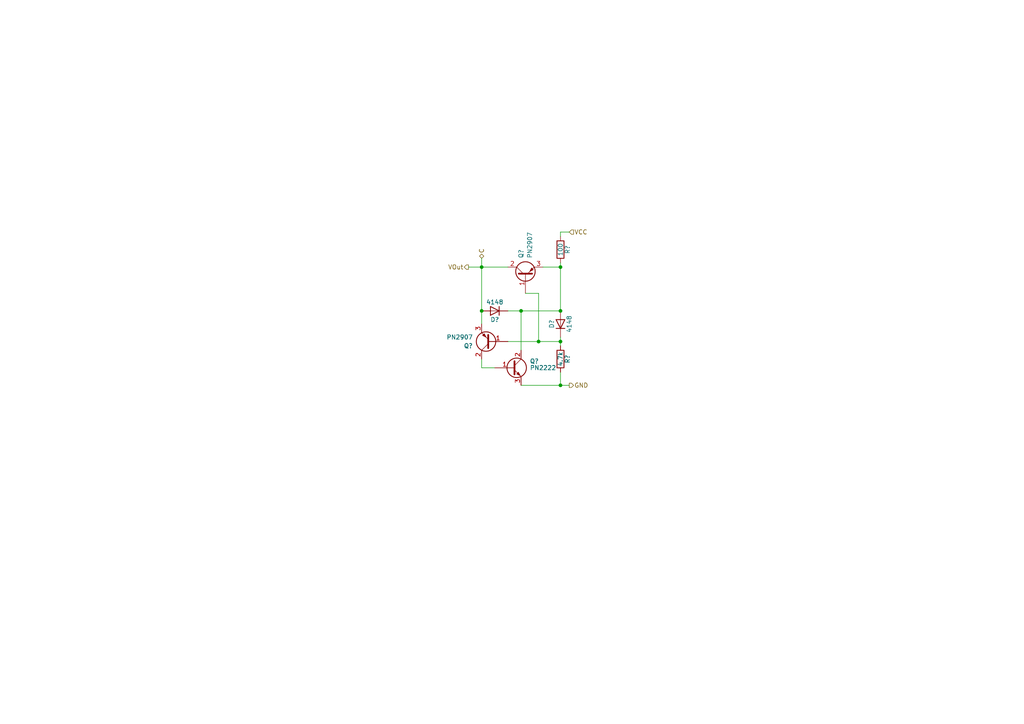
<source format=kicad_sch>
(kicad_sch (version 20211123) (generator eeschema)
  (paper "A4")
  (lib_symbols
    (symbol "Device:D" (pin_numbers hide) (pin_names (offset 1.016) hide)
      (property "Reference" "D" (at 0 2.54 0))
      (property "Value" "D" (at 0 -2.54 0))
      (symbol "D_0_1"
        (polyline (pts (xy -1.27 1.27) (xy -1.27 -1.27)) (stroke (width 0.254)))
        (polyline (pts (xy 1.27 0) (xy -1.27 0)))
        (polyline (pts (xy 1.27 1.27) (xy 1.27 -1.27) (xy -1.27 0) (xy 1.27 1.27)) (stroke (width 0.254)))
      )
      (symbol "D_1_1"
        (pin passive line (at -3.81 0 0) (length 2.54) (name "K") (number "1"))
        (pin passive line (at 3.81 0 180) (length 2.54) (name "A") (number "2"))
      )
    )
    (symbol "Device:Q_NPN_BCE" (pin_names (offset 0) hide)
      (property "Reference" "Q" (at 5.08 1.27 0))
      (property "Value" "Q_NPN_BCE" (at 5.08 -1.27 0))
      (symbol "Q_NPN_BCE_0_1"
        (polyline (pts (xy 0.635 0.635) (xy 2.54 2.54)))
        (polyline (pts (xy 0.635 -0.635) (xy 2.54 -2.54) (xy 2.54 -2.54)))
        (polyline (pts (xy 0.635 1.905) (xy 0.635 -1.905) (xy 0.635 -1.905)) (stroke (width 0.508)))
        (polyline (pts (xy 1.27 -1.778) (xy 1.778 -1.27) (xy 2.286 -2.286) (xy 1.27 -1.778) (xy 1.27 -1.778)) (fill (type outline)))
        (circle (center 1.27 0) (radius 2.8194) (stroke (width 0.254)))
      )
      (symbol "Q_NPN_BCE_1_1"
        (pin input line (at -5.08 0 0) (length 5.715) (name "B") (number "1"))
        (pin passive line (at 2.54 5.08 270) (length 2.54) (name "C") (number "2"))
        (pin passive line (at 2.54 -5.08 90) (length 2.54) (name "E") (number "3"))
      )
    )
    (symbol "Device:Q_PNP_BCE" (pin_names (offset 0) hide)
      (property "Reference" "Q" (at 5.08 1.27 0))
      (property "Value" "Q_PNP_BCE" (at 5.08 -1.27 0))
      (symbol "Q_PNP_BCE_0_1"
        (polyline (pts (xy 0.635 0.635) (xy 2.54 2.54)))
        (polyline (pts (xy 0.635 -0.635) (xy 2.54 -2.54) (xy 2.54 -2.54)))
        (polyline (pts (xy 0.635 1.905) (xy 0.635 -1.905) (xy 0.635 -1.905)) (stroke (width 0.508)))
        (polyline (pts (xy 2.286 -1.778) (xy 1.778 -2.286) (xy 1.27 -1.27) (xy 2.286 -1.778) (xy 2.286 -1.778)) (fill (type outline)))
        (circle (center 1.27 0) (radius 2.8194) (stroke (width 0.254)))
      )
      (symbol "Q_PNP_BCE_1_1"
        (pin input line (at -5.08 0 0) (length 5.715) (name "B") (number "1"))
        (pin passive line (at 2.54 5.08 270) (length 2.54) (name "C") (number "2"))
        (pin passive line (at 2.54 -5.08 90) (length 2.54) (name "E") (number "3"))
      )
    )
    (symbol "Device:R" (pin_numbers hide) (pin_names (offset 0))
      (property "Reference" "R" (at 2.032 0 90))
      (property "Value" "R" (at 0 0 90))
      (symbol "R_0_1"
        (rectangle (start -1.016 -2.54) (end 1.016 2.54) (stroke (width 0.254)))
      )
      (symbol "R_1_1"
        (pin passive line (at 0 3.81 270) (length 1.27) (name "~") (number "1"))
        (pin passive line (at 0 -3.81 90) (length 1.27) (name "~") (number "2"))
      )
    )
  )
  (junction (at 139.7 77.47))
  (junction (at 151.13 90.17))
  (junction (at 162.56 77.47))
  (junction (at 162.56 111.76))
  (junction (at 156.21 99.06))
  (junction (at 162.56 90.17))
  (junction (at 139.7 90.17))
  (junction (at 162.56 99.06))
  (wire (pts (xy 147.32 77.47) (xy 139.7 77.47)))
  (wire (pts (xy 139.7 90.17) (xy 139.7 93.98)))
  (wire (pts (xy 151.13 101.6) (xy 151.13 90.17)))
  (wire (pts (xy 162.56 111.76) (xy 165.1 111.76)))
  (wire (pts (xy 162.56 97.79) (xy 162.56 99.06)))
  (wire (pts (xy 162.56 67.31) (xy 162.56 68.58)))
  (wire (pts (xy 165.1 67.31) (xy 162.56 67.31)))
  (wire (pts (xy 162.56 111.76) (xy 151.13 111.76)))
  (wire (pts (xy 162.56 77.47) (xy 157.48 77.47)))
  (wire (pts (xy 162.56 99.06) (xy 162.56 100.33)))
  (wire (pts (xy 156.21 99.06) (xy 147.32 99.06)))
  (wire (pts (xy 139.7 104.14) (xy 139.7 106.68)))
  (wire (pts (xy 151.13 90.17) (xy 147.32 90.17)))
  (wire (pts (xy 139.7 74.93) (xy 139.7 77.47)))
  (wire (pts (xy 135.89 77.47) (xy 139.7 77.47)))
  (wire (pts (xy 152.4 85.09) (xy 156.21 85.09)))
  (wire (pts (xy 162.56 111.76) (xy 162.56 107.95)))
  (wire (pts (xy 162.56 77.47) (xy 162.56 90.17)))
  (wire (pts (xy 139.7 106.68) (xy 143.51 106.68)))
  (wire (pts (xy 162.56 99.06) (xy 156.21 99.06)))
  (wire (pts (xy 156.21 85.09) (xy 156.21 99.06)))
  (wire (pts (xy 139.7 77.47) (xy 139.7 90.17)))
  (wire (pts (xy 162.56 90.17) (xy 151.13 90.17)))
  (wire (pts (xy 162.56 76.2) (xy 162.56 77.47)))
  (hierarchical_label "C" (shape bidirectional) (at 139.7 74.93 90))
  (hierarchical_label "VOut" (shape output) (at 135.89 77.47 180))
  (hierarchical_label "GND" (shape output) (at 165.1 111.76 0))
  (hierarchical_label "VCC" (shape input) (at 165.1 67.31 0))
  (symbol (lib_id "Device:Q_PNP_BCE") (at 152.4 80.01 90) (unit 1)
    (property "Reference" "Q?" (at 151.13 74.93 0) (effects (justify left)))
    (property "Value" "PN2907" (at 153.67 74.93 0) (effects (justify left)))
  )
  (symbol (lib_id "Device:Q_PNP_BCE") (at 142.24 99.06 180) (unit 1)
    (property "Reference" "Q?" (at 137.16 100.33 0) (effects (justify left)))
    (property "Value" "PN2907" (at 137.16 97.79 0) (effects (justify left)))
  )
  (symbol (lib_id "Device:R") (at 162.56 72.39 0) (unit 1)
    (property "Reference" "R?" (at 164.592 72.39 90))
    (property "Value" "100" (at 162.56 72.39 90))
  )
  (symbol (lib_id "Device:Q_NPN_BCE") (at 148.59 106.68 0) (unit 1)
    (property "Reference" "Q?" (at 153.67 104.775 0) (effects (justify left)))
    (property "Value" "PN2222" (at 153.67 106.68 0) (effects (justify left)))
  )
  (symbol (lib_id "Device:D") (at 162.56 93.98 90) (unit 1)
    (property "Reference" "D?" (at 160.02 93.98 0))
    (property "Value" "4148" (at 165.1 93.98 0))
  )
  (symbol (lib_id "Device:D") (at 143.51 90.17 180) (unit 1)
    (property "Reference" "D?" (at 143.51 92.71 0))
    (property "Value" "4148" (at 143.51 87.63 0))
  )
  (symbol (lib_id "Device:R") (at 162.56 104.14 0) (unit 1)
    (property "Reference" "R?" (at 164.592 104.14 90))
    (property "Value" "4.7k" (at 162.56 104.14 90))
  )
)
</source>
